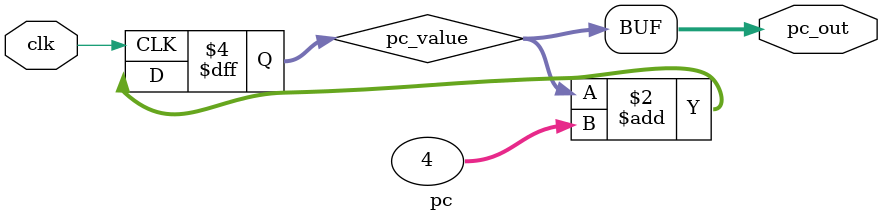
<source format=v>
module pc(clk, pc_out);

   parameter pc_width = 32;

   input clk;
   output[pc_width-1:0] pc_out;

   wire clk;
   
   reg [pc_width-1:0] pc_value = 'b0;

   always @(posedge clk)
     pc_value <= pc_value + 4;
    
   assign pc_out = pc_value;

endmodule      

</source>
